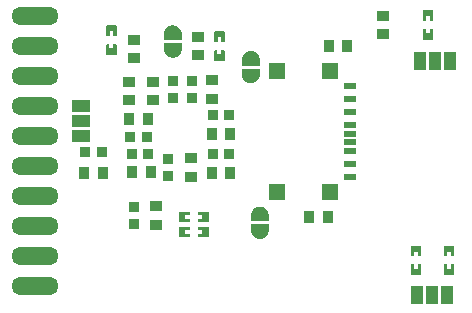
<source format=gbp>
G04 Layer: BottomPasteMaskLayer*
G04 EasyEDA v6.5.47, 2024-10-10 22:53:33*
G04 4497fee167be4918ac379375847d30c4,a18d025d90d848418757c69f2d6d6cc0,10*
G04 Gerber Generator version 0.2*
G04 Scale: 100 percent, Rotated: No, Reflected: No *
G04 Dimensions in millimeters *
G04 leading zeros omitted , absolute positions ,4 integer and 5 decimal *
%FSLAX45Y45*%
%MOMM*%

%AMMACRO1*21,1,$1,$2,0,0,$3*%
%ADD10MACRO1,1X1.5X90.0000*%
%ADD11MACRO1,1X1.5X0.0000*%
%ADD12MACRO1,0.8128X1.0922X0.0000*%
%ADD13MACRO1,0.8128X1.0922X90.0000*%
%ADD14MACRO1,0.8128X1.0922X-90.0000*%
%ADD15MACRO1,0.5X1X-90.0000*%
%ADD16MACRO1,1.3X1.4X-90.0000*%
%ADD17MACRO1,0.8X0.9X90.0000*%
%ADD18MACRO1,0.8X0.9X-90.0000*%
%ADD19MACRO1,0.8X0.9X0.0000*%
%ADD20O,3.9999919999999998X1.499997*%
%ADD21O,0.0142X1.499997*%

%LPD*%
G36*
X849020Y-669493D02*
G01*
X843991Y-674522D01*
X843991Y-754481D01*
X849020Y-759510D01*
X928979Y-759510D01*
X934008Y-754481D01*
X934008Y-674522D01*
X928979Y-669493D01*
X904798Y-669493D01*
X904798Y-706526D01*
X871778Y-706526D01*
X871778Y-669493D01*
G37*
G36*
X849020Y-510489D02*
G01*
X843991Y-515518D01*
X843991Y-595477D01*
X849020Y-600506D01*
X873201Y-600506D01*
X873201Y-563473D01*
X906221Y-563473D01*
X906221Y-600506D01*
X928979Y-600506D01*
X934008Y-595477D01*
X934008Y-515518D01*
X928979Y-510489D01*
G37*
G36*
X1763420Y-720293D02*
G01*
X1758391Y-725322D01*
X1758391Y-805281D01*
X1763420Y-810310D01*
X1843379Y-810310D01*
X1848408Y-805281D01*
X1848408Y-725322D01*
X1843379Y-720293D01*
X1819198Y-720293D01*
X1819198Y-757326D01*
X1786178Y-757326D01*
X1786178Y-720293D01*
G37*
G36*
X1763420Y-561289D02*
G01*
X1758391Y-566318D01*
X1758391Y-646277D01*
X1763420Y-651306D01*
X1787601Y-651306D01*
X1787601Y-614273D01*
X1820621Y-614273D01*
X1820621Y-651306D01*
X1843379Y-651306D01*
X1848408Y-646277D01*
X1848408Y-566318D01*
X1843379Y-561289D01*
G37*
G36*
X3528720Y-542493D02*
G01*
X3523691Y-547522D01*
X3523691Y-627481D01*
X3528720Y-632510D01*
X3608679Y-632510D01*
X3613708Y-627481D01*
X3613708Y-547522D01*
X3608679Y-542493D01*
X3584498Y-542493D01*
X3584498Y-579526D01*
X3551478Y-579526D01*
X3551478Y-542493D01*
G37*
G36*
X3528720Y-383489D02*
G01*
X3523691Y-388518D01*
X3523691Y-468477D01*
X3528720Y-473506D01*
X3552901Y-473506D01*
X3552901Y-436473D01*
X3585921Y-436473D01*
X3585921Y-473506D01*
X3608679Y-473506D01*
X3613708Y-468477D01*
X3613708Y-388518D01*
X3608679Y-383489D01*
G37*
G36*
X3706520Y-2536393D02*
G01*
X3701491Y-2541422D01*
X3701491Y-2621381D01*
X3706520Y-2626410D01*
X3786479Y-2626410D01*
X3791508Y-2621381D01*
X3791508Y-2541422D01*
X3786479Y-2536393D01*
X3762298Y-2536393D01*
X3762298Y-2573426D01*
X3729278Y-2573426D01*
X3729278Y-2536393D01*
G37*
G36*
X3706520Y-2377389D02*
G01*
X3701491Y-2382418D01*
X3701491Y-2462377D01*
X3706520Y-2467406D01*
X3730701Y-2467406D01*
X3730701Y-2430373D01*
X3763721Y-2430373D01*
X3763721Y-2467406D01*
X3786479Y-2467406D01*
X3791508Y-2462377D01*
X3791508Y-2382418D01*
X3786479Y-2377389D01*
G37*
G36*
X3427120Y-2536393D02*
G01*
X3422091Y-2541422D01*
X3422091Y-2621381D01*
X3427120Y-2626410D01*
X3507079Y-2626410D01*
X3512108Y-2621381D01*
X3512108Y-2541422D01*
X3507079Y-2536393D01*
X3482898Y-2536393D01*
X3482898Y-2573426D01*
X3449878Y-2573426D01*
X3449878Y-2536393D01*
G37*
G36*
X3427120Y-2377389D02*
G01*
X3422091Y-2382418D01*
X3422091Y-2462377D01*
X3427120Y-2467406D01*
X3451301Y-2467406D01*
X3451301Y-2430373D01*
X3484321Y-2430373D01*
X3484321Y-2467406D01*
X3507079Y-2467406D01*
X3512108Y-2462377D01*
X3512108Y-2382418D01*
X3507079Y-2377389D01*
G37*
G36*
X1627022Y-2215591D02*
G01*
X1621993Y-2220620D01*
X1621993Y-2244801D01*
X1659026Y-2244801D01*
X1659026Y-2277821D01*
X1621993Y-2277821D01*
X1621993Y-2300579D01*
X1627022Y-2305608D01*
X1706981Y-2305608D01*
X1712010Y-2300579D01*
X1712010Y-2220620D01*
X1706981Y-2215591D01*
G37*
G36*
X1468018Y-2215591D02*
G01*
X1462989Y-2220620D01*
X1462989Y-2300579D01*
X1468018Y-2305608D01*
X1547977Y-2305608D01*
X1553006Y-2300579D01*
X1553006Y-2276398D01*
X1515973Y-2276398D01*
X1515973Y-2243378D01*
X1553006Y-2243378D01*
X1553006Y-2220620D01*
X1547977Y-2215591D01*
G37*
G36*
X1627022Y-2088591D02*
G01*
X1621993Y-2093620D01*
X1621993Y-2117801D01*
X1659026Y-2117801D01*
X1659026Y-2150821D01*
X1621993Y-2150821D01*
X1621993Y-2173579D01*
X1627022Y-2178608D01*
X1706981Y-2178608D01*
X1712010Y-2173579D01*
X1712010Y-2093620D01*
X1706981Y-2088591D01*
G37*
G36*
X1468018Y-2088591D02*
G01*
X1462989Y-2093620D01*
X1462989Y-2173579D01*
X1468018Y-2178608D01*
X1547977Y-2178608D01*
X1553006Y-2173579D01*
X1553006Y-2149398D01*
X1515973Y-2149398D01*
X1515973Y-2116378D01*
X1553006Y-2116378D01*
X1553006Y-2093620D01*
X1547977Y-2088591D01*
G37*
G36*
X2145103Y-852086D02*
G01*
X2145103Y-802086D01*
X2144979Y-798177D01*
X2144651Y-794278D01*
X2144118Y-790402D01*
X2143386Y-786559D01*
X2142454Y-782759D01*
X2141326Y-779015D01*
X2140003Y-775332D01*
X2138489Y-771725D01*
X2136790Y-768200D01*
X2134910Y-764771D01*
X2132853Y-761443D01*
X2130625Y-758225D01*
X2128235Y-755131D01*
X2125685Y-752165D01*
X2122982Y-749335D01*
X2120138Y-746650D01*
X2117156Y-744115D01*
X2114047Y-741743D01*
X2110818Y-739533D01*
X2107478Y-737496D01*
X2104036Y-735637D01*
X2100503Y-733958D01*
X2096886Y-732467D01*
X2093196Y-731164D01*
X2089444Y-730059D01*
X2085639Y-729147D01*
X2081794Y-728438D01*
X2077915Y-727928D01*
X2074014Y-727623D01*
X2070102Y-727522D01*
X2066193Y-727623D01*
X2062292Y-727928D01*
X2058413Y-728438D01*
X2054567Y-729147D01*
X2050762Y-730059D01*
X2047011Y-731164D01*
X2043320Y-732467D01*
X2039703Y-733958D01*
X2036170Y-735637D01*
X2032728Y-737496D01*
X2029388Y-739533D01*
X2026160Y-741743D01*
X2023051Y-744115D01*
X2020069Y-746650D01*
X2017224Y-749335D01*
X2014522Y-752165D01*
X2011972Y-755131D01*
X2009581Y-758225D01*
X2007354Y-761443D01*
X2005296Y-764771D01*
X2003417Y-768200D01*
X2001718Y-771725D01*
X2000204Y-775332D01*
X1998880Y-779015D01*
X1997753Y-782759D01*
X1996820Y-786559D01*
X1996089Y-790402D01*
X1995556Y-794278D01*
X1995228Y-798177D01*
X1995103Y-802086D01*
X1995103Y-852086D01*
G37*
G36*
X1995106Y-877519D02*
G01*
X1995106Y-927519D01*
X1995230Y-931428D01*
X1995558Y-935327D01*
X1996092Y-939203D01*
X1996823Y-943046D01*
X1997755Y-946845D01*
X1998883Y-950589D01*
X2000206Y-954272D01*
X2001720Y-957879D01*
X2003419Y-961405D01*
X2005299Y-964834D01*
X2007356Y-968161D01*
X2009584Y-971379D01*
X2011974Y-974473D01*
X2014524Y-977440D01*
X2017227Y-980269D01*
X2020072Y-982954D01*
X2023054Y-985489D01*
X2026163Y-987861D01*
X2029391Y-990071D01*
X2032731Y-992108D01*
X2036173Y-993968D01*
X2039706Y-995646D01*
X2043323Y-997137D01*
X2047013Y-998440D01*
X2050765Y-999545D01*
X2054570Y-1000457D01*
X2058415Y-1001166D01*
X2062294Y-1001676D01*
X2066196Y-1001981D01*
X2070107Y-1002083D01*
X2074016Y-1001981D01*
X2077918Y-1001676D01*
X2081796Y-1001166D01*
X2085642Y-1000457D01*
X2089447Y-999545D01*
X2093198Y-998440D01*
X2096889Y-997137D01*
X2100506Y-995646D01*
X2104039Y-993968D01*
X2107481Y-992108D01*
X2110821Y-990071D01*
X2114049Y-987861D01*
X2117158Y-985489D01*
X2120140Y-982954D01*
X2122985Y-980269D01*
X2125687Y-977440D01*
X2128238Y-974473D01*
X2130628Y-971379D01*
X2132855Y-968161D01*
X2134913Y-964834D01*
X2136792Y-961405D01*
X2138492Y-957879D01*
X2140005Y-954272D01*
X2141329Y-950589D01*
X2142456Y-946845D01*
X2143389Y-943046D01*
X2144120Y-939203D01*
X2144654Y-935327D01*
X2144981Y-931428D01*
X2145106Y-927519D01*
X2145106Y-877519D01*
G37*
G36*
X2071296Y-2195913D02*
G01*
X2071296Y-2245913D01*
X2071420Y-2249822D01*
X2071748Y-2253721D01*
X2072281Y-2257597D01*
X2073013Y-2261440D01*
X2073945Y-2265240D01*
X2075073Y-2268984D01*
X2076396Y-2272667D01*
X2077910Y-2276274D01*
X2079609Y-2279799D01*
X2081489Y-2283228D01*
X2083546Y-2286556D01*
X2085774Y-2289774D01*
X2088164Y-2292868D01*
X2090714Y-2295834D01*
X2093417Y-2298664D01*
X2096261Y-2301349D01*
X2099243Y-2303884D01*
X2102352Y-2306256D01*
X2105581Y-2308466D01*
X2108921Y-2310503D01*
X2112363Y-2312362D01*
X2115896Y-2314041D01*
X2119513Y-2315532D01*
X2123203Y-2316835D01*
X2126955Y-2317940D01*
X2130760Y-2318852D01*
X2134605Y-2319561D01*
X2138484Y-2320071D01*
X2142385Y-2320376D01*
X2146297Y-2320477D01*
X2150206Y-2320376D01*
X2154107Y-2320071D01*
X2157986Y-2319561D01*
X2161832Y-2318852D01*
X2165637Y-2317940D01*
X2169388Y-2316835D01*
X2173079Y-2315532D01*
X2176696Y-2314041D01*
X2180229Y-2312362D01*
X2183671Y-2310503D01*
X2187011Y-2308466D01*
X2190239Y-2306256D01*
X2193348Y-2303884D01*
X2196330Y-2301349D01*
X2199175Y-2298664D01*
X2201877Y-2295834D01*
X2204427Y-2292868D01*
X2206818Y-2289774D01*
X2209045Y-2286556D01*
X2211103Y-2283228D01*
X2212982Y-2279799D01*
X2214681Y-2276274D01*
X2216195Y-2272667D01*
X2217519Y-2268984D01*
X2218646Y-2265240D01*
X2219579Y-2261440D01*
X2220310Y-2257597D01*
X2220843Y-2253721D01*
X2221171Y-2249822D01*
X2221296Y-2245913D01*
X2221296Y-2195913D01*
G37*
G36*
X2221293Y-2170480D02*
G01*
X2221293Y-2120480D01*
X2221169Y-2116571D01*
X2220841Y-2112672D01*
X2220307Y-2108796D01*
X2219576Y-2104953D01*
X2218644Y-2101154D01*
X2217516Y-2097410D01*
X2216193Y-2093727D01*
X2214679Y-2090120D01*
X2212980Y-2086594D01*
X2211100Y-2083165D01*
X2209043Y-2079838D01*
X2206815Y-2076620D01*
X2204425Y-2073526D01*
X2201875Y-2070559D01*
X2199172Y-2067730D01*
X2196327Y-2065045D01*
X2193345Y-2062510D01*
X2190236Y-2060138D01*
X2187008Y-2057928D01*
X2183668Y-2055891D01*
X2180226Y-2054031D01*
X2176693Y-2052353D01*
X2173076Y-2050862D01*
X2169386Y-2049559D01*
X2165634Y-2048454D01*
X2161829Y-2047542D01*
X2157984Y-2046833D01*
X2154105Y-2046323D01*
X2150203Y-2046018D01*
X2146292Y-2045916D01*
X2142383Y-2046018D01*
X2138481Y-2046323D01*
X2134603Y-2046833D01*
X2130757Y-2047542D01*
X2126952Y-2048454D01*
X2123201Y-2049559D01*
X2119510Y-2050862D01*
X2115893Y-2052353D01*
X2112360Y-2054031D01*
X2108918Y-2055891D01*
X2105578Y-2057928D01*
X2102350Y-2060138D01*
X2099241Y-2062510D01*
X2096259Y-2065045D01*
X2093414Y-2067730D01*
X2090712Y-2070559D01*
X2088161Y-2073526D01*
X2085771Y-2076620D01*
X2083544Y-2079838D01*
X2081486Y-2083165D01*
X2079607Y-2086594D01*
X2077907Y-2090120D01*
X2076394Y-2093727D01*
X2075070Y-2097410D01*
X2073943Y-2101154D01*
X2073010Y-2104953D01*
X2072279Y-2108796D01*
X2071745Y-2112672D01*
X2071418Y-2116571D01*
X2071293Y-2120480D01*
X2071293Y-2170480D01*
G37*
G36*
X1484703Y-636186D02*
G01*
X1484703Y-586186D01*
X1484579Y-582277D01*
X1484251Y-578378D01*
X1483718Y-574502D01*
X1482986Y-570659D01*
X1482054Y-566859D01*
X1480926Y-563115D01*
X1479603Y-559432D01*
X1478089Y-555825D01*
X1476390Y-552300D01*
X1474510Y-548871D01*
X1472453Y-545543D01*
X1470225Y-542325D01*
X1467835Y-539231D01*
X1465285Y-536265D01*
X1462582Y-533435D01*
X1459737Y-530750D01*
X1456756Y-528215D01*
X1453647Y-525843D01*
X1450418Y-523633D01*
X1447078Y-521596D01*
X1443636Y-519737D01*
X1440103Y-518058D01*
X1436486Y-516567D01*
X1432796Y-515264D01*
X1429044Y-514159D01*
X1425239Y-513247D01*
X1421394Y-512538D01*
X1417515Y-512028D01*
X1413614Y-511723D01*
X1409702Y-511622D01*
X1405793Y-511723D01*
X1401892Y-512028D01*
X1398013Y-512538D01*
X1394167Y-513247D01*
X1390362Y-514159D01*
X1386611Y-515264D01*
X1382920Y-516567D01*
X1379303Y-518058D01*
X1375770Y-519737D01*
X1372328Y-521596D01*
X1368988Y-523633D01*
X1365760Y-525843D01*
X1362651Y-528215D01*
X1359669Y-530750D01*
X1356824Y-533435D01*
X1354122Y-536265D01*
X1351572Y-539231D01*
X1349181Y-542325D01*
X1346954Y-545543D01*
X1344896Y-548871D01*
X1343017Y-552300D01*
X1341318Y-555825D01*
X1339804Y-559432D01*
X1338480Y-563115D01*
X1337353Y-566859D01*
X1336420Y-570659D01*
X1335689Y-574502D01*
X1335156Y-578378D01*
X1334828Y-582277D01*
X1334703Y-586186D01*
X1334703Y-636186D01*
G37*
G36*
X1334706Y-661619D02*
G01*
X1334706Y-711619D01*
X1334830Y-715528D01*
X1335158Y-719427D01*
X1335692Y-723303D01*
X1336423Y-727146D01*
X1337355Y-730945D01*
X1338483Y-734689D01*
X1339806Y-738372D01*
X1341320Y-741979D01*
X1343019Y-745505D01*
X1344899Y-748934D01*
X1346956Y-752261D01*
X1349184Y-755479D01*
X1351574Y-758573D01*
X1354124Y-761540D01*
X1356827Y-764369D01*
X1359672Y-767054D01*
X1362654Y-769589D01*
X1365763Y-771961D01*
X1368991Y-774171D01*
X1372331Y-776208D01*
X1375773Y-778068D01*
X1379306Y-779746D01*
X1382923Y-781237D01*
X1386613Y-782540D01*
X1390365Y-783645D01*
X1394170Y-784557D01*
X1398015Y-785266D01*
X1401894Y-785776D01*
X1405796Y-786081D01*
X1409707Y-786183D01*
X1413616Y-786081D01*
X1417518Y-785776D01*
X1421396Y-785266D01*
X1425242Y-784557D01*
X1429047Y-783645D01*
X1432798Y-782540D01*
X1436489Y-781237D01*
X1440106Y-779746D01*
X1443639Y-778068D01*
X1447081Y-776208D01*
X1450421Y-774171D01*
X1453649Y-771961D01*
X1456758Y-769589D01*
X1459740Y-767054D01*
X1462585Y-764369D01*
X1465287Y-761540D01*
X1467838Y-758573D01*
X1470228Y-755479D01*
X1472455Y-752261D01*
X1474513Y-748934D01*
X1476392Y-745505D01*
X1478092Y-741979D01*
X1479605Y-738372D01*
X1480929Y-734689D01*
X1482056Y-730945D01*
X1482989Y-727146D01*
X1483720Y-723303D01*
X1484254Y-719427D01*
X1484581Y-715528D01*
X1484706Y-711619D01*
X1484706Y-661619D01*
G37*
D10*
G01*
X635000Y-1320800D03*
G01*
X635000Y-1193800D03*
G01*
X635000Y-1447800D03*
D11*
G01*
X3632200Y-812800D03*
G01*
X3759200Y-812800D03*
G01*
X3505200Y-812800D03*
G01*
X3606800Y-2794000D03*
G01*
X3733800Y-2794000D03*
G01*
X3479800Y-2794000D03*
D12*
G01*
X2727960Y-685800D03*
G01*
X2885439Y-685800D03*
D13*
G01*
X1625600Y-764539D03*
G01*
X1625600Y-607060D03*
D14*
G01*
X1079500Y-632460D03*
G01*
X1079500Y-789939D03*
D13*
G01*
X3187700Y-586739D03*
G01*
X3187700Y-429260D03*
D12*
G01*
X2562860Y-2133600D03*
G01*
X2720339Y-2133600D03*
D15*
G01*
X2912742Y-1794701D03*
G01*
X2912742Y-1684694D03*
G01*
X2912742Y-1574712D03*
G01*
X2912742Y-1499706D03*
G01*
X2912742Y-1354697D03*
G01*
X2912742Y-1244715D03*
G01*
X2912742Y-1134708D03*
G01*
X2912742Y-1024700D03*
G01*
X2912742Y-1429703D03*
D16*
G01*
X2739237Y-899706D03*
G01*
X2294254Y-899706D03*
G01*
X2294254Y-1919693D03*
G01*
X2739237Y-1919693D03*
D14*
G01*
X1270000Y-2042160D03*
G01*
X1270000Y-2199639D03*
D17*
G01*
X1079500Y-2050900D03*
G01*
X1079500Y-2190899D03*
D13*
G01*
X1041400Y-1145539D03*
G01*
X1041400Y-988060D03*
D18*
G01*
X1574800Y-1124099D03*
G01*
X1574800Y-984100D03*
D13*
G01*
X1739900Y-1132839D03*
G01*
X1739900Y-975360D03*
D18*
G01*
X1371600Y-1784499D03*
G01*
X1371600Y-1644500D03*
D13*
G01*
X1562100Y-1793239D03*
G01*
X1562100Y-1635760D03*
G01*
X1244600Y-1145539D03*
G01*
X1244600Y-988060D03*
D18*
G01*
X1409700Y-1124099D03*
G01*
X1409700Y-984100D03*
D19*
G01*
X666600Y-1587500D03*
G01*
X806599Y-1587500D03*
D12*
G01*
X657860Y-1765300D03*
G01*
X815339Y-1765300D03*
G01*
X1221739Y-1752600D03*
G01*
X1064260Y-1752600D03*
D19*
G01*
X1200299Y-1600200D03*
G01*
X1060300Y-1600200D03*
D12*
G01*
X1894839Y-1435100D03*
G01*
X1737360Y-1435100D03*
D19*
G01*
X1886099Y-1270000D03*
G01*
X1746100Y-1270000D03*
D12*
G01*
X1196339Y-1308100D03*
G01*
X1038860Y-1308100D03*
D19*
G01*
X1187599Y-1460500D03*
G01*
X1047600Y-1460500D03*
D12*
G01*
X1894839Y-1765300D03*
G01*
X1737360Y-1765300D03*
D19*
G01*
X1886099Y-1600200D03*
G01*
X1746100Y-1600200D03*
D20*
G01*
X241300Y-2717800D03*
G01*
X241300Y-2463800D03*
G01*
X241300Y-2209800D03*
G01*
X241300Y-1955800D03*
G01*
X241300Y-1701800D03*
G01*
X241300Y-1447800D03*
G01*
X241300Y-1193800D03*
G01*
X241300Y-939800D03*
G01*
X241300Y-685800D03*
G01*
X241300Y-431800D03*
M02*

</source>
